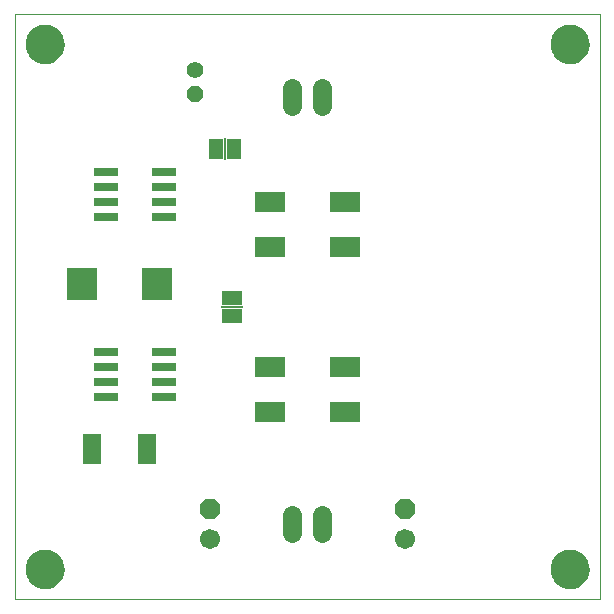
<source format=gbs>
G75*
%MOIN*%
%OFA0B0*%
%FSLAX24Y24*%
%IPPOS*%
%LPD*%
%AMOC8*
5,1,8,0,0,1.08239X$1,22.5*
%
%ADD10C,0.0000*%
%ADD11C,0.1300*%
%ADD12C,0.0640*%
%ADD13OC8,0.0560*%
%ADD14C,0.0560*%
%ADD15R,0.0820X0.0260*%
%ADD16R,0.0500X0.0670*%
%ADD17R,0.0060X0.0720*%
%ADD18R,0.0631X0.0985*%
%ADD19R,0.0670X0.0500*%
%ADD20R,0.0720X0.0060*%
%ADD21R,0.1024X0.0709*%
%ADD22OC8,0.0670*%
%ADD23C,0.0670*%
%ADD24R,0.1044X0.1103*%
D10*
X000100Y000100D02*
X000100Y019600D01*
X019600Y019600D01*
X019600Y000100D01*
X000100Y000100D01*
X000470Y001100D02*
X000472Y001150D01*
X000478Y001200D01*
X000488Y001249D01*
X000502Y001297D01*
X000519Y001344D01*
X000540Y001389D01*
X000565Y001433D01*
X000593Y001474D01*
X000625Y001513D01*
X000659Y001550D01*
X000696Y001584D01*
X000736Y001614D01*
X000778Y001641D01*
X000822Y001665D01*
X000868Y001686D01*
X000915Y001702D01*
X000963Y001715D01*
X001013Y001724D01*
X001062Y001729D01*
X001113Y001730D01*
X001163Y001727D01*
X001212Y001720D01*
X001261Y001709D01*
X001309Y001694D01*
X001355Y001676D01*
X001400Y001654D01*
X001443Y001628D01*
X001484Y001599D01*
X001523Y001567D01*
X001559Y001532D01*
X001591Y001494D01*
X001621Y001454D01*
X001648Y001411D01*
X001671Y001367D01*
X001690Y001321D01*
X001706Y001273D01*
X001718Y001224D01*
X001726Y001175D01*
X001730Y001125D01*
X001730Y001075D01*
X001726Y001025D01*
X001718Y000976D01*
X001706Y000927D01*
X001690Y000879D01*
X001671Y000833D01*
X001648Y000789D01*
X001621Y000746D01*
X001591Y000706D01*
X001559Y000668D01*
X001523Y000633D01*
X001484Y000601D01*
X001443Y000572D01*
X001400Y000546D01*
X001355Y000524D01*
X001309Y000506D01*
X001261Y000491D01*
X001212Y000480D01*
X001163Y000473D01*
X001113Y000470D01*
X001062Y000471D01*
X001013Y000476D01*
X000963Y000485D01*
X000915Y000498D01*
X000868Y000514D01*
X000822Y000535D01*
X000778Y000559D01*
X000736Y000586D01*
X000696Y000616D01*
X000659Y000650D01*
X000625Y000687D01*
X000593Y000726D01*
X000565Y000767D01*
X000540Y000811D01*
X000519Y000856D01*
X000502Y000903D01*
X000488Y000951D01*
X000478Y001000D01*
X000472Y001050D01*
X000470Y001100D01*
X000470Y018600D02*
X000472Y018650D01*
X000478Y018700D01*
X000488Y018749D01*
X000502Y018797D01*
X000519Y018844D01*
X000540Y018889D01*
X000565Y018933D01*
X000593Y018974D01*
X000625Y019013D01*
X000659Y019050D01*
X000696Y019084D01*
X000736Y019114D01*
X000778Y019141D01*
X000822Y019165D01*
X000868Y019186D01*
X000915Y019202D01*
X000963Y019215D01*
X001013Y019224D01*
X001062Y019229D01*
X001113Y019230D01*
X001163Y019227D01*
X001212Y019220D01*
X001261Y019209D01*
X001309Y019194D01*
X001355Y019176D01*
X001400Y019154D01*
X001443Y019128D01*
X001484Y019099D01*
X001523Y019067D01*
X001559Y019032D01*
X001591Y018994D01*
X001621Y018954D01*
X001648Y018911D01*
X001671Y018867D01*
X001690Y018821D01*
X001706Y018773D01*
X001718Y018724D01*
X001726Y018675D01*
X001730Y018625D01*
X001730Y018575D01*
X001726Y018525D01*
X001718Y018476D01*
X001706Y018427D01*
X001690Y018379D01*
X001671Y018333D01*
X001648Y018289D01*
X001621Y018246D01*
X001591Y018206D01*
X001559Y018168D01*
X001523Y018133D01*
X001484Y018101D01*
X001443Y018072D01*
X001400Y018046D01*
X001355Y018024D01*
X001309Y018006D01*
X001261Y017991D01*
X001212Y017980D01*
X001163Y017973D01*
X001113Y017970D01*
X001062Y017971D01*
X001013Y017976D01*
X000963Y017985D01*
X000915Y017998D01*
X000868Y018014D01*
X000822Y018035D01*
X000778Y018059D01*
X000736Y018086D01*
X000696Y018116D01*
X000659Y018150D01*
X000625Y018187D01*
X000593Y018226D01*
X000565Y018267D01*
X000540Y018311D01*
X000519Y018356D01*
X000502Y018403D01*
X000488Y018451D01*
X000478Y018500D01*
X000472Y018550D01*
X000470Y018600D01*
X017970Y018600D02*
X017972Y018650D01*
X017978Y018700D01*
X017988Y018749D01*
X018002Y018797D01*
X018019Y018844D01*
X018040Y018889D01*
X018065Y018933D01*
X018093Y018974D01*
X018125Y019013D01*
X018159Y019050D01*
X018196Y019084D01*
X018236Y019114D01*
X018278Y019141D01*
X018322Y019165D01*
X018368Y019186D01*
X018415Y019202D01*
X018463Y019215D01*
X018513Y019224D01*
X018562Y019229D01*
X018613Y019230D01*
X018663Y019227D01*
X018712Y019220D01*
X018761Y019209D01*
X018809Y019194D01*
X018855Y019176D01*
X018900Y019154D01*
X018943Y019128D01*
X018984Y019099D01*
X019023Y019067D01*
X019059Y019032D01*
X019091Y018994D01*
X019121Y018954D01*
X019148Y018911D01*
X019171Y018867D01*
X019190Y018821D01*
X019206Y018773D01*
X019218Y018724D01*
X019226Y018675D01*
X019230Y018625D01*
X019230Y018575D01*
X019226Y018525D01*
X019218Y018476D01*
X019206Y018427D01*
X019190Y018379D01*
X019171Y018333D01*
X019148Y018289D01*
X019121Y018246D01*
X019091Y018206D01*
X019059Y018168D01*
X019023Y018133D01*
X018984Y018101D01*
X018943Y018072D01*
X018900Y018046D01*
X018855Y018024D01*
X018809Y018006D01*
X018761Y017991D01*
X018712Y017980D01*
X018663Y017973D01*
X018613Y017970D01*
X018562Y017971D01*
X018513Y017976D01*
X018463Y017985D01*
X018415Y017998D01*
X018368Y018014D01*
X018322Y018035D01*
X018278Y018059D01*
X018236Y018086D01*
X018196Y018116D01*
X018159Y018150D01*
X018125Y018187D01*
X018093Y018226D01*
X018065Y018267D01*
X018040Y018311D01*
X018019Y018356D01*
X018002Y018403D01*
X017988Y018451D01*
X017978Y018500D01*
X017972Y018550D01*
X017970Y018600D01*
X017970Y001100D02*
X017972Y001150D01*
X017978Y001200D01*
X017988Y001249D01*
X018002Y001297D01*
X018019Y001344D01*
X018040Y001389D01*
X018065Y001433D01*
X018093Y001474D01*
X018125Y001513D01*
X018159Y001550D01*
X018196Y001584D01*
X018236Y001614D01*
X018278Y001641D01*
X018322Y001665D01*
X018368Y001686D01*
X018415Y001702D01*
X018463Y001715D01*
X018513Y001724D01*
X018562Y001729D01*
X018613Y001730D01*
X018663Y001727D01*
X018712Y001720D01*
X018761Y001709D01*
X018809Y001694D01*
X018855Y001676D01*
X018900Y001654D01*
X018943Y001628D01*
X018984Y001599D01*
X019023Y001567D01*
X019059Y001532D01*
X019091Y001494D01*
X019121Y001454D01*
X019148Y001411D01*
X019171Y001367D01*
X019190Y001321D01*
X019206Y001273D01*
X019218Y001224D01*
X019226Y001175D01*
X019230Y001125D01*
X019230Y001075D01*
X019226Y001025D01*
X019218Y000976D01*
X019206Y000927D01*
X019190Y000879D01*
X019171Y000833D01*
X019148Y000789D01*
X019121Y000746D01*
X019091Y000706D01*
X019059Y000668D01*
X019023Y000633D01*
X018984Y000601D01*
X018943Y000572D01*
X018900Y000546D01*
X018855Y000524D01*
X018809Y000506D01*
X018761Y000491D01*
X018712Y000480D01*
X018663Y000473D01*
X018613Y000470D01*
X018562Y000471D01*
X018513Y000476D01*
X018463Y000485D01*
X018415Y000498D01*
X018368Y000514D01*
X018322Y000535D01*
X018278Y000559D01*
X018236Y000586D01*
X018196Y000616D01*
X018159Y000650D01*
X018125Y000687D01*
X018093Y000726D01*
X018065Y000767D01*
X018040Y000811D01*
X018019Y000856D01*
X018002Y000903D01*
X017988Y000951D01*
X017978Y001000D01*
X017972Y001050D01*
X017970Y001100D01*
D11*
X018600Y001100D03*
X018600Y018600D03*
X001100Y018600D03*
X001100Y001100D03*
D12*
X009350Y002300D02*
X009350Y002900D01*
X010350Y002900D02*
X010350Y002300D01*
X010350Y016550D02*
X010350Y017150D01*
X009350Y017150D02*
X009350Y016550D01*
D13*
X006100Y016950D03*
D14*
X006100Y017750D03*
D15*
X005070Y014350D03*
X005070Y013850D03*
X005070Y013350D03*
X005070Y012850D03*
X003130Y012850D03*
X003130Y013350D03*
X003130Y013850D03*
X003130Y014350D03*
X003130Y008350D03*
X003130Y007850D03*
X003130Y007350D03*
X003130Y006850D03*
X005070Y006850D03*
X005070Y007350D03*
X005070Y007850D03*
X005070Y008350D03*
D16*
X006800Y015100D03*
X007400Y015100D03*
D17*
X007100Y015100D03*
D18*
X004506Y005100D03*
X002694Y005100D03*
D19*
X007350Y009550D03*
X007350Y010150D03*
D20*
X007350Y009850D03*
D21*
X008600Y011852D03*
X008600Y013348D03*
X011100Y013348D03*
X011100Y011852D03*
X011100Y007848D03*
X011100Y006352D03*
X008600Y006352D03*
X008600Y007848D03*
D22*
X006600Y003100D03*
X013100Y003100D03*
D23*
X013100Y002100D03*
X006600Y002100D03*
D24*
X004848Y010600D03*
X002352Y010600D03*
M02*

</source>
